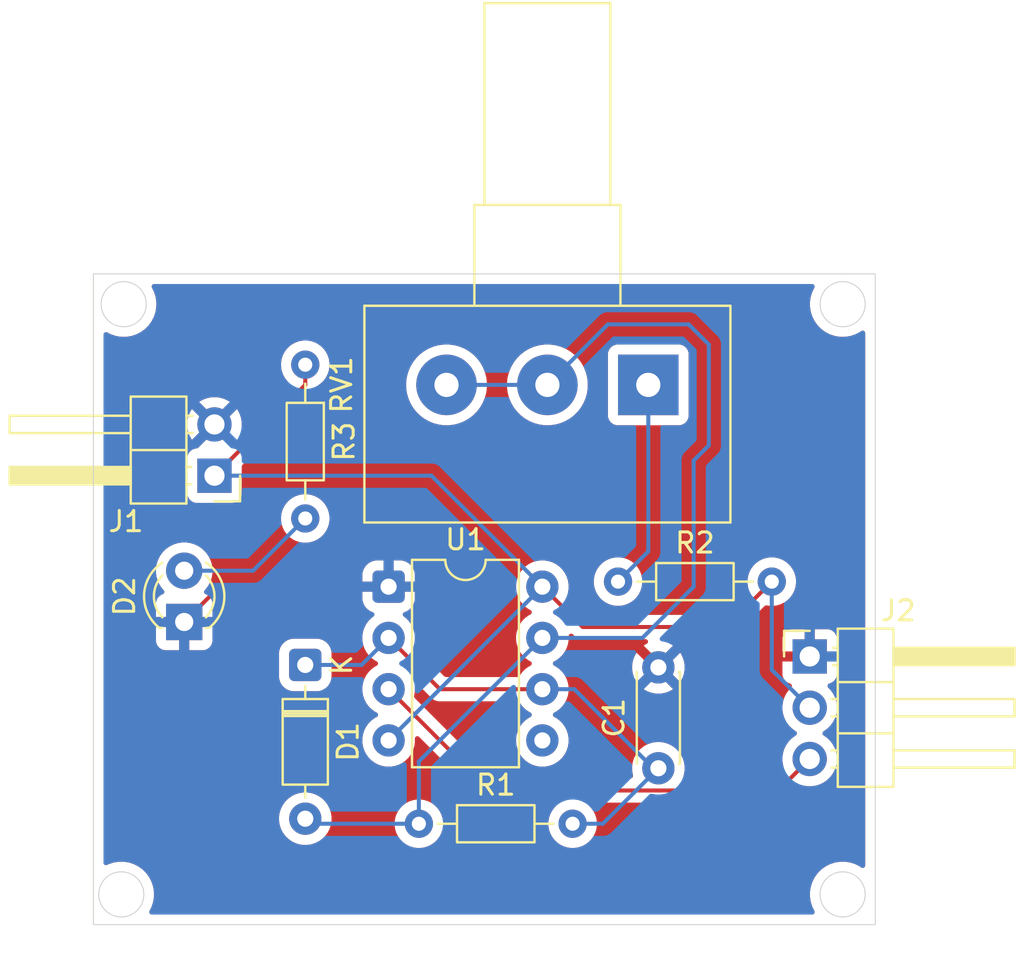
<source format=kicad_pcb>
(kicad_pcb (version 20241229) (generator "pcbnew") (generator_version "9.0")
  (layers (0 "F.Cu" signal) (2 "B.Cu" signal) (13 "F.Paste" user) (15 "B.Paste" user) (5 "F.SilkS" user "F.Silkscreen") (7 "B.SilkS" user "B.Silkscreen") (1 "F.Mask" user) (3 "B.Mask" user) (25 "Edge.Cuts" user))
  (net 0 "")
  (net 1 "Net-(D1-K)")
  (net 2 "GND")
  (net 3 "Net-(D1-A)")
  (net 4 "Net-(D2-A)")
  (net 5 "Net-(J1-Pin_1)")
  (net 6 "Net-(J2-Pin_3)")
  (net 7 "Net-(R2-Pad1)")
  (footprint "Resistor_THT:R_Axial_DIN0204_L3.6mm_D1.6mm_P7.62mm_Horizontal" (layer "F.Cu") (at 138 89.5 -90)
    (property "Reference" "R3" (at 3.81 -1.92 90) (layer "F.SilkS"))
    (property "Value" "1K")
    (fp_line (start 0.94 0) (end 1.89 0) (stroke (width 0.12)) (layer "F.SilkS"))
    (fp_line (start 6.68 0) (end 5.73 0) (stroke (width 0.12)) (layer "F.SilkS"))
    (fp_rect (start 1.89 -0.92) (end 5.73 0.92) (stroke (width 0.12)) (fill no) (layer "F.SilkS"))
    (pad "1" thru_hole circle (at 0 0 270) (size 1.4 1.4) (drill 0.7) (layers "*.Cu" "*.Mask") (net 5 "Net-(J1-Pin_1)"))
    (pad "2" thru_hole circle (at 7.62 0 270) (size 1.4 1.4) (drill 0.7) (layers "*.Cu" "*.Mask") (net 4 "Net-(D2-A)"))
  )
  (footprint "Diode_THT:D_DO-35_SOD27_P7.62mm_Horizontal" (layer "F.Cu") (at 138 104.38 -90)
    (property "Reference" "D1" (at 3.81 -2.12 90) (layer "F.SilkS"))
    (property "Value" "1N4148")
    (fp_line (start 1.04 0) (end 1.69 0) (stroke (width 0.12)) (layer "F.SilkS"))
    (fp_line (start 6.58 0) (end 5.93 0) (stroke (width 0.12)) (layer "F.SilkS"))
    (fp_line (start 2.29 -1.12) (end 2.29 1.12) (stroke (width 0.12)) (layer "F.SilkS"))
    (fp_line (start 2.41 -1.12) (end 2.41 1.12) (stroke (width 0.12)) (layer "F.SilkS"))
    (fp_line (start 2.53 -1.12) (end 2.53 1.12) (stroke (width 0.12)) (layer "F.SilkS"))
    (fp_rect (start 1.69 -1.12) (end 5.93 1.12) (stroke (width 0.12)) (fill no) (layer "F.SilkS"))
    (fp_text user "K" (at 0 -1.8 90) (layer "F.SilkS"))
    (pad "1" thru_hole roundrect (at 0 0 270) (size 1.6 1.6) (drill 0.8) (layers "*.Cu" "*.Mask") (roundrect_rratio 0.15625) (net 1 "Net-(D1-K)"))
    (pad "2" thru_hole circle (at 7.62 0 270) (size 1.6 1.6) (drill 0.8) (layers "*.Cu" "*.Mask") (net 3 "Net-(D1-A)"))
  )
  (footprint "Package_DIP:DIP-8_W7.62mm" (layer "F.Cu") (at 142.13 100.5)
    (property "Reference" "U1" (at 3.81 -2.33 0) (layer "F.SilkS"))
    (property "Value" "NE555P" (hide yes))
    (fp_line (start 1.16 -1.33) (end 1.16 8.95) (stroke (width 0.12)) (layer "F.SilkS"))
    (fp_line (start 1.16 8.95) (end 6.46 8.95) (stroke (width 0.12)) (layer "F.SilkS"))
    (fp_line (start 2.81 -1.33) (end 1.16 -1.33) (stroke (width 0.12)) (layer "F.SilkS"))
    (fp_line (start 6.46 -1.33) (end 4.81 -1.33) (stroke (width 0.12)) (layer "F.SilkS"))
    (fp_line (start 6.46 8.95) (end 6.46 -1.33) (stroke (width 0.12)) (layer "F.SilkS"))
    (fp_arc (start 4.81 -1.33) (mid 3.81 -0.33) (end 2.81 -1.33) (stroke (width 0.12)) (layer "F.SilkS"))
    (pad "1" thru_hole roundrect (at 0 0) (size 1.6 1.6) (drill 0.8) (layers "*.Cu" "*.Mask") (roundrect_rratio 0.15625) (net 2 "GND"))
    (pad "2" thru_hole circle (at 0 2.54) (size 1.6 1.6) (drill 0.8) (layers "*.Cu" "*.Mask") (net 1 "Net-(D1-K)"))
    (pad "3" thru_hole circle (at 0 5.08) (size 1.6 1.6) (drill 0.8) (layers "*.Cu" "*.Mask") (net 6 "Net-(J2-Pin_3)"))
    (pad "4" thru_hole circle (at 0 7.62) (size 1.6 1.6) (drill 0.8) (layers "*.Cu" "*.Mask") (net 5 "Net-(J1-Pin_1)"))
    (pad "5" thru_hole circle (at 7.62 7.62) (size 1.6 1.6) (drill 0.8) (layers "*.Cu" "*.Mask"))
    (pad "6" thru_hole circle (at 7.62 5.08) (size 1.6 1.6) (drill 0.8) (layers "*.Cu" "*.Mask") (net 1 "Net-(D1-K)"))
    (pad "7" thru_hole circle (at 7.62 2.54) (size 1.6 1.6) (drill 0.8) (layers "*.Cu" "*.Mask") (net 3 "Net-(D1-A)"))
    (pad "8" thru_hole circle (at 7.62 0) (size 1.6 1.6) (drill 0.8) (layers "*.Cu" "*.Mask") (net 5 "Net-(J1-Pin_1)"))
  )
  (footprint "Connector_PinHeader_2.54mm:PinHeader_1x02_P2.54mm_Horizontal" (layer "F.Cu") (at 133.5 95 180)
    (property "Reference" "J1" (at 4.385 -2.27 0) (layer "F.SilkS"))
    (property "Value" "Conn_01x02_Pin")
    (fp_line (start 10.15 2.97) (end 4.15 2.97) (stroke (width 0.12)) (layer "F.SilkS"))
    (fp_line (start 10.15 2.11) (end 10.15 2.97) (stroke (width 0.12)) (layer "F.SilkS"))
    (fp_line (start 4.15 3.92) (end 4.15 -1.38) (stroke (width 0.12)) (layer "F.SilkS"))
    (fp_line (start 4.15 2.11) (end 10.15 2.11) (stroke (width 0.12)) (layer "F.SilkS"))
    (fp_line (start 4.15 -1.38) (end 1.39 -1.38) (stroke (width 0.12)) (layer "F.SilkS"))
    (fp_line (start 1.39 3.92) (end 4.15 3.92) (stroke (width 0.12)) (layer "F.SilkS"))
    (fp_line (start 1.39 1.27) (end 4.15 1.27) (stroke (width 0.12)) (layer "F.SilkS"))
    (fp_line (start 1.39 -1.38) (end 1.39 3.92) (stroke (width 0.12)) (layer "F.SilkS"))
    (fp_line (start 1.16 0.43) (end 1.39 0.43) (stroke (width 0.12)) (layer "F.SilkS"))
    (fp_line (start 1.16 -0.43) (end 1.39 -0.43) (stroke (width 0.12)) (layer "F.SilkS"))
    (fp_line (start 1.077358 2.97) (end 1.39 2.97) (stroke (width 0.12)) (layer "F.SilkS"))
    (fp_line (start 1.077358 2.11) (end 1.39 2.11) (stroke (width 0.12)) (layer "F.SilkS"))
    (fp_line (start -1.27 0) (end -1.27 -1.27) (stroke (width 0.12)) (layer "F.SilkS"))
    (fp_line (start -1.27 -1.27) (end 0 -1.27) (stroke (width 0.12)) (layer "F.SilkS"))
    (fp_rect (start 4.15 -0.43) (end 10.15 0.43) (stroke (width 0.12)) (fill yes) (layer "F.SilkS"))
    (pad "1" thru_hole rect (at 0 0 180) (size 1.7 1.7) (drill 1) (layers "*.Cu" "*.Mask") (net 5 "Net-(J1-Pin_1)"))
    (pad "2" thru_hole circle (at 0 2.54 180) (size 1.7 1.7) (drill 1) (layers "*.Cu" "*.Mask") (net 2 "GND"))
  )
  (footprint "Resistor_THT:R_Axial_DIN0204_L3.6mm_D1.6mm_P7.62mm_Horizontal" (layer "F.Cu") (at 143.63 112.25)
    (property "Reference" "R1" (at 3.81 -1.92 0) (layer "F.SilkS"))
    (property "Value" "3M3")
    (fp_line (start 0.94 0) (end 1.89 0) (stroke (width 0.12)) (layer "F.SilkS"))
    (fp_line (start 6.68 0) (end 5.73 0) (stroke (width 0.12)) (layer "F.SilkS"))
    (fp_rect (start 1.89 -0.92) (end 5.73 0.92) (stroke (width 0.12)) (fill no) (layer "F.SilkS"))
    (pad "1" thru_hole circle (at 0 0) (size 1.4 1.4) (drill 0.7) (layers "*.Cu" "*.Mask") (net 3 "Net-(D1-A)"))
    (pad "2" thru_hole circle (at 7.62 0) (size 1.4 1.4) (drill 0.7) (layers "*.Cu" "*.Mask") (net 1 "Net-(D1-K)"))
  )
  (footprint "Connector_PinHeader_2.54mm:PinHeader_1x03_P2.54mm_Horizontal" (layer "F.Cu") (at 163 103.96)
    (property "Reference" "J2" (at 4.385 -2.27 0) (layer "F.SilkS"))
    (property "Value" "Conn_01x03_Pin")
    (fp_line (start -1.27 -1.27) (end 0 -1.27) (stroke (width 0.12)) (layer "F.SilkS"))
    (fp_line (start -1.27 0) (end -1.27 -1.27) (stroke (width 0.12)) (layer "F.SilkS"))
    (fp_line (start 1.077358 2.11) (end 1.39 2.11) (stroke (width 0.12)) (layer "F.SilkS"))
    (fp_line (start 1.077358 2.97) (end 1.39 2.97) (stroke (width 0.12)) (layer "F.SilkS"))
    (fp_line (start 1.077358 4.65) (end 1.39 4.65) (stroke (width 0.12)) (layer "F.SilkS"))
    (fp_line (start 1.077358 5.51) (end 1.39 5.51) (stroke (width 0.12)) (layer "F.SilkS"))
    (fp_line (start 1.16 -0.43) (end 1.39 -0.43) (stroke (width 0.12)) (layer "F.SilkS"))
    (fp_line (start 1.16 0.43) (end 1.39 0.43) (stroke (width 0.12)) (layer "F.SilkS"))
    (fp_line (start 1.39 -1.38) (end 1.39 6.46) (stroke (width 0.12)) (layer "F.SilkS"))
    (fp_line (start 1.39 1.27) (end 4.15 1.27) (stroke (width 0.12)) (layer "F.SilkS"))
    (fp_line (start 1.39 3.81) (end 4.15 3.81) (stroke (width 0.12)) (layer "F.SilkS"))
    (fp_line (start 1.39 6.46) (end 4.15 6.46) (stroke (width 0.12)) (layer "F.SilkS"))
    (fp_line (start 4.15 -1.38) (end 1.39 -1.38) (stroke (width 0.12)) (layer "F.SilkS"))
    (fp_line (start 4.15 2.11) (end 10.15 2.11) (stroke (width 0.12)) (layer "F.SilkS"))
    (fp_line (start 4.15 4.65) (end 10.15 4.65) (stroke (width 0.12)) (layer "F.SilkS"))
    (fp_line (start 4.15 6.46) (end 4.15 -1.38) (stroke (width 0.12)) (layer "F.SilkS"))
    (fp_line (start 10.15 2.11) (end 10.15 2.97) (stroke (width 0.12)) (layer "F.SilkS"))
    (fp_line (start 10.15 2.97) (end 4.15 2.97) (stroke (width 0.12)) (layer "F.SilkS"))
    (fp_line (start 10.15 4.65) (end 10.15 5.51) (stroke (width 0.12)) (layer "F.SilkS"))
    (fp_line (start 10.15 5.51) (end 4.15 5.51) (stroke (width 0.12)) (layer "F.SilkS"))
    (fp_rect (start 4.15 -0.43) (end 10.15 0.43) (stroke (width 0.12)) (fill yes) (layer "F.SilkS"))
    (pad "1" thru_hole rect (at 0 0) (size 1.7 1.7) (drill 1) (layers "*.Cu" "*.Mask") (net 2 "GND"))
    (pad "2" thru_hole circle (at 0 2.54) (size 1.7 1.7) (drill 1) (layers "*.Cu" "*.Mask") (net 5 "Net-(J1-Pin_1)"))
    (pad "3" thru_hole circle (at 0 5.08) (size 1.7 1.7) (drill 1) (layers "*.Cu" "*.Mask") (net 6 "Net-(J2-Pin_3)"))
  )
  (footprint "Capacitor_THT:C_Disc_D4.3mm_W1.9mm_P5.00mm" (layer "F.Cu") (at 155.5 109.5 90)
    (property "Reference" "C1" (at 2.5 -2.2 90) (layer "F.SilkS"))
    (property "Value" "22nF")
    (fp_line (start 0.23 -1.07) (end 4.77 -1.07) (stroke (width 0.12)) (layer "F.SilkS"))
    (fp_line (start 4.77 1.014) (end 4.77 1.07) (stroke (width 0.12)) (layer "F.SilkS"))
    (fp_line (start 0.23 1.014) (end 0.23 1.07) (stroke (width 0.12)) (layer "F.SilkS"))
    (fp_line (start 0.23 1.07) (end 4.77 1.07) (stroke (width 0.12)) (layer "F.SilkS"))
    (pad "1" thru_hole circle (at 0 0 90) (size 1.6 1.6) (drill 0.8) (layers "*.Cu" "*.Mask") (net 1 "Net-(D1-K)"))
    (pad "2" thru_hole circle (at 5 0 90) (size 1.6 1.6) (drill 0.8) (layers "*.Cu" "*.Mask") (net 2 "GND"))
  )
  (footprint "Potentiometer_THT:Potentiometer_Alps_RK163_Single_Horizontal" (layer "F.Cu") (at 155 90.5 -90)
    (property "Reference" "RV1" (at 0 15.2 90) (layer "F.SilkS"))
    (property "Value" "100K")
    (fp_line (start -3.92 14.07) (end -3.92 -4.07) (stroke (width 0.12)) (layer "F.SilkS"))
    (fp_line (start 6.82 14.07) (end -3.92 14.07) (stroke (width 0.12)) (layer "F.SilkS"))
    (fp_line (start 6.82 14.07) (end 6.82 -4.07) (stroke (width 0.12)) (layer "F.SilkS"))
    (fp_line (start -8.92 8.62) (end -8.92 1.38) (stroke (width 0.12)) (layer "F.SilkS"))
    (fp_line (start -3.92 8.62) (end -8.92 8.62) (stroke (width 0.12)) (layer "F.SilkS"))
    (fp_line (start -18.92 8.12) (end -18.92 1.88) (stroke (width 0.12)) (layer "F.SilkS"))
    (fp_line (start -8.92 8.12) (end -18.92 8.12) (stroke (width 0.12)) (layer "F.SilkS"))
    (fp_line (start -8.92 1.88) (end -18.92 1.88) (stroke (width 0.12)) (layer "F.SilkS"))
    (fp_line (start -3.92 1.38) (end -8.92 1.38) (stroke (width 0.12)) (layer "F.SilkS"))
    (fp_line (start 6.82 -4.07) (end -3.92 -4.07) (stroke (width 0.12)) (layer "F.SilkS"))
    (pad "1" thru_hole rect (at 0 0 90) (size 3 3) (drill 1.2) (layers "*.Cu" "*.Mask") (net 7 "Net-(R2-Pad1)"))
    (pad "2" thru_hole circle (at 0 5 90) (size 3 3) (drill 1.2) (layers "*.Cu" "*.Mask") (net 3 "Net-(D1-A)"))
    (pad "3" thru_hole circle (at 0 10 90) (size 3 3) (drill 1.2) (layers "*.Cu" "*.Mask") (net 3 "Net-(D1-A)"))
  )
  (footprint "LED_THT:LED_D3.0mm" (layer "F.Cu") (at 132 102.25 90)
    (property "Reference" "D2" (at 1.27 -2.96 90) (layer "F.SilkS"))
    (property "Value" "LED")
    (fp_line (start -0.29 -1.236) (end -0.29 -1.08) (stroke (width 0.12)) (layer "F.SilkS"))
    (fp_line (start -0.29 1.08) (end -0.29 1.236) (stroke (width 0.12)) (layer "F.SilkS"))
    (fp_arc (start -0.29 -1.235516) (mid 1.36566 -1.987699) (end 2.941437 -1.08) (stroke (width 0.12)) (layer "F.SilkS"))
    (fp_arc (start 0.229039 -1.08) (mid 1.27 -1.5) (end 2.310961 -1.08) (stroke (width 0.12)) (layer "F.SilkS"))
    (fp_arc (start 2.941437 1.08) (mid 1.36566 1.987699) (end -0.29 1.235516) (stroke (width 0.12)) (layer "F.SilkS"))
    (fp_arc (start 2.310961 1.08) (mid 1.27 1.5) (end 0.229039 1.08) (stroke (width 0.12)) (layer "F.SilkS"))
    (pad "1" thru_hole rect (at 0 0 90) (size 1.8 1.8) (drill 0.9) (layers "*.Cu" "*.Mask") (net 2 "GND"))
    (pad "2" thru_hole circle (at 2.54 0 90) (size 1.8 1.8) (drill 0.9) (layers "*.Cu" "*.Mask") (net 4 "Net-(D2-A)"))
  )
  (footprint "Resistor_THT:R_Axial_DIN0204_L3.6mm_D1.6mm_P7.62mm_Horizontal" (layer "F.Cu") (at 153.5 100.25)
    (property "Reference" "R2" (at 3.81 -1.92 0) (layer "F.SilkS"))
    (property "Value" "56K")
    (fp_line (start 0.94 0) (end 1.89 0) (stroke (width 0.12)) (layer "F.SilkS"))
    (fp_line (start 6.68 0) (end 5.73 0) (stroke (width 0.12)) (layer "F.SilkS"))
    (fp_rect (start 1.89 -0.92) (end 5.73 0.92) (stroke (width 0.12)) (fill no) (layer "F.SilkS"))
    (pad "1" thru_hole circle (at 0 0) (size 1.4 1.4) (drill 0.7) (layers "*.Cu" "*.Mask") (net 7 "Net-(R2-Pad1)"))
    (pad "2" thru_hole circle (at 7.62 0) (size 1.4 1.4) (drill 0.7) (layers "*.Cu" "*.Mask") (net 5 "Net-(J1-Pin_1)"))
  )
  (gr_circle (center 129 86.5) (end 128 86) (stroke (width 0.05)) (fill no) (layer "Edge.Cuts"))
  (gr_circle (center 128.881966 115.75) (end 127.881966 115.25) (stroke (width 0.05)) (fill no) (layer "Edge.Cuts"))
  (gr_circle (center 164.631966 115.75) (end 163.631966 115.25) (stroke (width 0.05)) (fill no) (layer "Edge.Cuts"))
  (gr_rect (start 127.5 85) (end 166.25 117.25) (stroke (width 0.05)) (fill no) (layer "Edge.Cuts"))
  (gr_circle (center 164.631966 86.5) (end 163.631966 86) (stroke (width 0.05)) (fill no) (layer "Edge.Cuts"))
  (segment (start 144.67 105.58) (end 142.13 103.04) (width 0.2) (layer "F.Cu") (net 1))
  (segment (start 149.75 105.58) (end 144.67 105.58) (width 0.2) (layer "F.Cu") (net 1))
  (segment (start 155.5 109.5) (end 152.75 112.25) (width 0.2) (layer "B.Cu") (net 1))
  (segment (start 151.33 105.58) (end 149.75 105.58) (width 0.2) (layer "B.Cu") (net 1))
  (segment (start 138 104.38) (end 140.79 104.38) (width 0.2) (layer "B.Cu") (net 1))
  (segment (start 155.5 109.5) (end 155.25 109.5) (width 0.2) (layer "B.Cu") (net 1))
  (segment (start 140.79 104.38) (end 142.13 103.04) (width 0.2) (layer "B.Cu") (net 1))
  (segment (start 152.75 112.25) (end 151.25 112.25) (width 0.2) (layer "B.Cu") (net 1))
  (segment (start 155.25 109.5) (end 151.33 105.58) (width 0.2) (layer "B.Cu") (net 1))
  (segment (start 142.13 100.5) (end 133.75 100.5) (width 0.2) (layer "F.Cu") (net 2))
  (segment (start 133.75 100.5) (end 132 102.25) (width 0.2) (layer "F.Cu") (net 2))
  (segment (start 149.75 103.04) (end 154.71 103.04) (width 0.2) (layer "B.Cu") (net 3))
  (segment (start 157.25 100.5) (end 157.25 94.25) (width 0.2) (layer "B.Cu") (net 3))
  (segment (start 158 93.5) (end 158 88.5) (width 0.2) (layer "B.Cu") (net 3))
  (segment (start 149.75 103.04) (end 143.63 109.16) (width 0.2) (layer "B.Cu") (net 3))
  (segment (start 157 87.5) (end 153 87.5) (width 0.2) (layer "B.Cu") (net 3))
  (segment (start 138.25 112.25) (end 138 112) (width 0.2) (layer "B.Cu") (net 3))
  (segment (start 143.63 109.16) (end 143.63 112.25) (width 0.2) (layer "B.Cu") (net 3))
  (segment (start 153 87.5) (end 150 90.5) (width 0.2) (layer "B.Cu") (net 3))
  (segment (start 143.63 112.25) (end 138.25 112.25) (width 0.2) (layer "B.Cu") (net 3))
  (segment (start 145 90.5) (end 150 90.5) (width 0.2) (layer "B.Cu") (net 3))
  (segment (start 157.25 94.25) (end 158 93.5) (width 0.2) (layer "B.Cu") (net 3))
  (segment (start 158 88.5) (end 157 87.5) (width 0.2) (layer "B.Cu") (net 3))
  (segment (start 154.71 103.04) (end 157.25 100.5) (width 0.2) (layer "B.Cu") (net 3))
  (segment (start 132 99.71) (end 135.41 99.71) (width 0.2) (layer "B.Cu") (net 4))
  (segment (start 135.41 99.71) (end 138 97.12) (width 0.2) (layer "B.Cu") (net 4))
  (segment (start 133.5 95) (end 138 90.5) (width 0.2) (layer "F.Cu") (net 5))
  (segment (start 161.12 100.25) (end 158.87 102.5) (width 0.2) (layer "F.Cu") (net 5))
  (segment (start 158.87 102.5) (end 151.75 102.5) (width 0.2) (layer "F.Cu") (net 5))
  (segment (start 151.75 102.5) (end 149.75 100.5) (width 0.2) (layer "F.Cu") (net 5))
  (segment (start 138 90.5) (end 138 89.5) (width 0.2) (layer "F.Cu") (net 5))
  (segment (start 144.25 95) (end 133.5 95) (width 0.2) (layer "B.Cu") (net 5))
  (segment (start 149.75 100.5) (end 144.25 95) (width 0.2) (layer "B.Cu") (net 5))
  (segment (start 142.13 108.12) (end 149.75 100.5) (width 0.2) (layer "B.Cu") (net 5))
  (segment (start 161.12 104.62) (end 161.12 100.25) (width 0.2) (layer "B.Cu") (net 5))
  (segment (start 163 106.5) (end 161.12 104.62) (width 0.2) (layer "B.Cu") (net 5))
  (segment (start 163 109.04) (end 161.439 110.601) (width 0.2) (layer "F.Cu") (net 6))
  (segment (start 161.439 110.601) (end 147.151 110.601) (width 0.2) (layer "F.Cu") (net 6))
  (segment (start 147.151 110.601) (end 142.13 105.58) (width 0.2) (layer "F.Cu") (net 6))
  (segment (start 155 90.5) (end 155 98.75) (width 0.2) (layer "B.Cu") (net 7))
  (segment (start 155 98.75) (end 153.5 100.25) (width 0.2) (layer "B.Cu") (net 7))
  (zone (net 2) (net_name "GND") (layers "F.Cu" "B.Cu") (connect_pads (clearance 0.5)) (min_thickness 0.25) (fill yes (thermal_gap 0.5) (thermal_bridge_width 0.5))
    (polygon (pts (xy 125 82.5) (xy 167.5 82.5) (xy 167.5 120) (xy 125 120)))
  )
)
</source>
